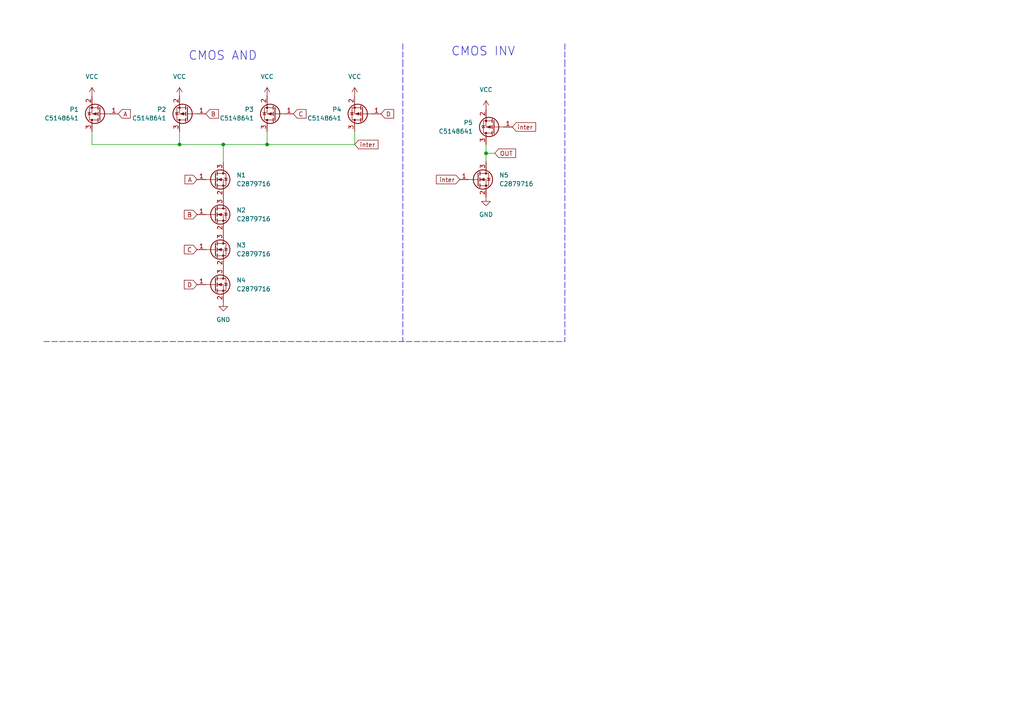
<source format=kicad_sch>
(kicad_sch (version 20211123) (generator eeschema)
  (paper "A4")
  (lib_symbols
    (symbol "Device:Q_NMOS_GDS" (pin_names (offset 0) hide)
      (property "Reference" "Q" (at 5.08 1.27 0))
      (property "Value" "Q_NMOS_GDS" (at 5.08 -1.27 0))
      (symbol "Q_NMOS_GDS_0_1"
        (polyline (pts (xy 0.254 0) (xy -2.54 0)))
        (polyline (pts (xy 0.254 1.905) (xy 0.254 -1.905)) (stroke (width 0.254)))
        (polyline (pts (xy 0.762 -1.27) (xy 0.762 -2.286)) (stroke (width 0.254)))
        (polyline (pts (xy 0.762 0.508) (xy 0.762 -0.508)) (stroke (width 0.254)))
        (polyline (pts (xy 0.762 2.286) (xy 0.762 1.27)) (stroke (width 0.254)))
        (polyline (pts (xy 2.54 2.54) (xy 2.54 1.778)))
        (polyline (pts (xy 2.54 -2.54) (xy 2.54 0) (xy 0.762 0)))
        (polyline (pts (xy 0.762 -1.778) (xy 3.302 -1.778) (xy 3.302 1.778) (xy 0.762 1.778)))
        (polyline (pts (xy 1.016 0) (xy 2.032 0.381) (xy 2.032 -0.381) (xy 1.016 0)) (fill (type outline)))
        (polyline (pts (xy 2.794 0.508) (xy 2.921 0.381) (xy 3.683 0.381) (xy 3.81 0.254)))
        (polyline (pts (xy 3.302 0.381) (xy 2.921 -0.254) (xy 3.683 -0.254) (xy 3.302 0.381)))
        (circle (center 1.651 0) (radius 2.794) (stroke (width 0.254)))
        (circle (center 2.54 -1.778) (radius 0.254) (fill (type outline)))
        (circle (center 2.54 1.778) (radius 0.254) (fill (type outline)))
      )
      (symbol "Q_NMOS_GDS_1_1"
        (pin input line (at -5.08 0 0) (length 2.54) (name "G") (number "1"))
        (pin passive line (at 2.54 5.08 270) (length 2.54) (name "D") (number "2"))
        (pin passive line (at 2.54 -5.08 90) (length 2.54) (name "S") (number "3"))
      )
    )
    (symbol "Device:Q_NMOS_GSD" (pin_names (offset 0) hide)
      (property "Reference" "Q" (at 5.08 1.27 0))
      (property "Value" "Q_NMOS_GSD" (at 5.08 -1.27 0))
      (symbol "Q_NMOS_GSD_0_1"
        (polyline (pts (xy 0.254 0) (xy -2.54 0)))
        (polyline (pts (xy 0.254 1.905) (xy 0.254 -1.905)) (stroke (width 0.254)))
        (polyline (pts (xy 0.762 -1.27) (xy 0.762 -2.286)) (stroke (width 0.254)))
        (polyline (pts (xy 0.762 0.508) (xy 0.762 -0.508)) (stroke (width 0.254)))
        (polyline (pts (xy 0.762 2.286) (xy 0.762 1.27)) (stroke (width 0.254)))
        (polyline (pts (xy 2.54 2.54) (xy 2.54 1.778)))
        (polyline (pts (xy 2.54 -2.54) (xy 2.54 0) (xy 0.762 0)))
        (polyline (pts (xy 0.762 -1.778) (xy 3.302 -1.778) (xy 3.302 1.778) (xy 0.762 1.778)))
        (polyline (pts (xy 1.016 0) (xy 2.032 0.381) (xy 2.032 -0.381) (xy 1.016 0)) (fill (type outline)))
        (polyline (pts (xy 2.794 0.508) (xy 2.921 0.381) (xy 3.683 0.381) (xy 3.81 0.254)))
        (polyline (pts (xy 3.302 0.381) (xy 2.921 -0.254) (xy 3.683 -0.254) (xy 3.302 0.381)))
        (circle (center 1.651 0) (radius 2.794) (stroke (width 0.254)))
        (circle (center 2.54 -1.778) (radius 0.254) (fill (type outline)))
        (circle (center 2.54 1.778) (radius 0.254) (fill (type outline)))
      )
      (symbol "Q_NMOS_GSD_1_1"
        (pin input line (at -5.08 0 0) (length 2.54) (name "G") (number "1"))
        (pin passive line (at 2.54 -5.08 90) (length 2.54) (name "S") (number "2"))
        (pin passive line (at 2.54 5.08 270) (length 2.54) (name "D") (number "3"))
      )
    )
    (symbol "Device:Q_PMOS_GDS" (pin_names (offset 0) hide)
      (property "Reference" "Q" (at 5.08 1.27 0))
      (property "Value" "Q_PMOS_GDS" (at 5.08 -1.27 0))
      (symbol "Q_PMOS_GDS_0_1"
        (polyline (pts (xy 0.254 0) (xy -2.54 0)))
        (polyline (pts (xy 0.254 1.905) (xy 0.254 -1.905)) (stroke (width 0.254)))
        (polyline (pts (xy 0.762 -1.27) (xy 0.762 -2.286)) (stroke (width 0.254)))
        (polyline (pts (xy 0.762 0.508) (xy 0.762 -0.508)) (stroke (width 0.254)))
        (polyline (pts (xy 0.762 2.286) (xy 0.762 1.27)) (stroke (width 0.254)))
        (polyline (pts (xy 2.54 2.54) (xy 2.54 1.778)))
        (polyline (pts (xy 2.54 -2.54) (xy 2.54 0) (xy 0.762 0)))
        (polyline (pts (xy 0.762 1.778) (xy 3.302 1.778) (xy 3.302 -1.778) (xy 0.762 -1.778)))
        (polyline (pts (xy 2.286 0) (xy 1.27 0.381) (xy 1.27 -0.381) (xy 2.286 0)) (fill (type outline)))
        (polyline (pts (xy 2.794 -0.508) (xy 2.921 -0.381) (xy 3.683 -0.381) (xy 3.81 -0.254)))
        (polyline (pts (xy 3.302 -0.381) (xy 2.921 0.254) (xy 3.683 0.254) (xy 3.302 -0.381)))
        (circle (center 1.651 0) (radius 2.794) (stroke (width 0.254)))
        (circle (center 2.54 -1.778) (radius 0.254) (fill (type outline)))
        (circle (center 2.54 1.778) (radius 0.254) (fill (type outline)))
      )
      (symbol "Q_PMOS_GDS_1_1"
        (pin input line (at -5.08 0 0) (length 2.54) (name "G") (number "1"))
        (pin passive line (at 2.54 5.08 270) (length 2.54) (name "D") (number "2"))
        (pin passive line (at 2.54 -5.08 90) (length 2.54) (name "S") (number "3"))
      )
    )
    (symbol "Device:Q_PMOS_GSD" (pin_names (offset 0) hide)
      (property "Reference" "Q" (at 5.08 1.27 0))
      (property "Value" "Q_PMOS_GSD" (at 5.08 -1.27 0))
      (symbol "Q_PMOS_GSD_0_1"
        (polyline (pts (xy 0.254 0) (xy -2.54 0)))
        (polyline (pts (xy 0.254 1.905) (xy 0.254 -1.905)) (stroke (width 0.254)))
        (polyline (pts (xy 0.762 -1.27) (xy 0.762 -2.286)) (stroke (width 0.254)))
        (polyline (pts (xy 0.762 0.508) (xy 0.762 -0.508)) (stroke (width 0.254)))
        (polyline (pts (xy 0.762 2.286) (xy 0.762 1.27)) (stroke (width 0.254)))
        (polyline (pts (xy 2.54 2.54) (xy 2.54 1.778)))
        (polyline (pts (xy 2.54 -2.54) (xy 2.54 0) (xy 0.762 0)))
        (polyline (pts (xy 0.762 1.778) (xy 3.302 1.778) (xy 3.302 -1.778) (xy 0.762 -1.778)))
        (polyline (pts (xy 2.286 0) (xy 1.27 0.381) (xy 1.27 -0.381) (xy 2.286 0)) (fill (type outline)))
        (polyline (pts (xy 2.794 -0.508) (xy 2.921 -0.381) (xy 3.683 -0.381) (xy 3.81 -0.254)))
        (polyline (pts (xy 3.302 -0.381) (xy 2.921 0.254) (xy 3.683 0.254) (xy 3.302 -0.381)))
        (circle (center 1.651 0) (radius 2.794) (stroke (width 0.254)))
        (circle (center 2.54 -1.778) (radius 0.254) (fill (type outline)))
        (circle (center 2.54 1.778) (radius 0.254) (fill (type outline)))
      )
      (symbol "Q_PMOS_GSD_1_1"
        (pin input line (at -5.08 0 0) (length 2.54) (name "G") (number "1"))
        (pin passive line (at 2.54 -5.08 90) (length 2.54) (name "S") (number "2"))
        (pin passive line (at 2.54 5.08 270) (length 2.54) (name "D") (number "3"))
      )
    )
    (symbol "power:GND" (power) (pin_names (offset 0))
      (property "Value" "GND" (at 0 -3.81 0))
      (symbol "GND_0_1"
        (polyline (pts (xy 0 0) (xy 0 -1.27) (xy 1.27 -1.27) (xy 0 -2.54) (xy -1.27 -1.27) (xy 0 -1.27)))
      )
      (symbol "GND_1_1"
        (pin power_in line (at 0 0 270) (length 0) hide (name "GND") (number "1"))
      )
    )
    (symbol "power:VCC" (power) (pin_names (offset 0))
      (property "Value" "VCC" (at 0 3.81 0))
      (symbol "VCC_0_1"
        (polyline (pts (xy -0.762 1.27) (xy 0 2.54)))
        (polyline (pts (xy 0 0) (xy 0 2.54)))
        (polyline (pts (xy 0 2.54) (xy 0.762 1.27)))
      )
      (symbol "VCC_1_1"
        (pin power_in line (at 0 0 90) (length 0) hide (name "VCC") (number "1"))
      )
    )
  )
  (junction (at 52.07 41.91))
  (junction (at 77.47 41.91))
  (junction (at -10.16 285.115))
  (junction (at -34.29 249.555))
  (junction (at 64.77 41.91))
  (junction (at -63.5 249.555))
  (junction (at 140.97 44.45))
  (wire (pts (xy 64.77 41.91) (xy 64.77 46.99)))
  (wire (pts (xy -34.29 249.555) (xy -63.5 249.555)))
  (polyline (pts (xy 163.83 12.7) (xy 163.83 17.78)))
  (wire (pts (xy 140.97 44.45) (xy 143.51 44.45)))
  (wire (pts (xy -10.16 285.115) (xy -6.985 285.115)))
  (polyline (pts (xy 163.83 17.78) (xy 163.83 99.06)))
  (polyline (pts (xy 116.84 17.78) (xy 116.84 99.06)))
  (wire (pts (xy -34.29 242.57) (xy -34.29 249.555)))
  (wire (pts (xy 77.47 41.91) (xy 102.87 41.91)))
  (polyline (pts (xy 116.84 12.7) (xy 116.84 17.78)))
  (wire (pts (xy 140.97 41.91) (xy 140.97 44.45)))
  (wire (pts (xy 102.87 41.91) (xy 102.87 38.1)))
  (wire (pts (xy -63.5 242.57) (xy -63.5 249.555)))
  (wire (pts (xy 26.67 41.91) (xy 52.07 41.91)))
  (wire (pts (xy -34.29 249.555) (xy -6.35 249.555)))
  (wire (pts (xy 77.47 41.91) (xy 77.47 38.1)))
  (wire (pts (xy -90.805 242.57) (xy -90.805 249.555)))
  (wire (pts (xy 52.07 41.91) (xy 64.77 41.91)))
  (polyline (pts (xy 12.7 99.06) (xy 163.83 99.06)))
  (wire (pts (xy 140.97 44.45) (xy 140.97 46.99)))
  (wire (pts (xy 26.67 41.91) (xy 26.67 38.1)))
  (wire (pts (xy -10.16 283.21) (xy -10.16 285.115)))
  (wire (pts (xy -90.805 249.555) (xy -63.5 249.555)))
  (wire (pts (xy 52.07 41.91) (xy 52.07 38.1)))
  (wire (pts (xy -10.16 285.115) (xy -10.16 287.02)))
  (wire (pts (xy -6.35 242.57) (xy -6.35 249.555)))
  (wire (pts (xy 64.77 41.91) (xy 77.47 41.91)))
  (wire (pts (xy -63.5 249.555) (xy -63.5 254.635)))
  (text "CMOS AND" (at 54.61 17.78 0) (effects (font (size 2.54 2.54)) (justify left bottom)))
  (text "CMOS INV" (at 130.81 16.51 0) (effects (font (size 2.54 2.54)) (justify left bottom)))
  (global_label "D" (shape input) (at 57.15 82.55 180) (property "Intersheet References" "${INTERSHEET_REFS}" (effects hide)))
  (global_label "A" (shape input) (at -71.12 259.715 180) (property "Intersheet References" "${INTERSHEET_REFS}" (effects hide)))
  (global_label "A" (shape input) (at 57.15 52.07 180) (property "Intersheet References" "${INTERSHEET_REFS}" (effects hide)))
  (global_label "A" (shape input) (at -83.185 237.49 0) (property "Intersheet References" "${INTERSHEET_REFS}" (effects hide)))
  (global_label "OUT" (shape input) (at -6.985 285.115 0) (property "Intersheet References" "${INTERSHEET_REFS}" (effects hide)))
  (global_label "B" (shape input) (at 59.69 33.02 0) (property "Intersheet References" "${INTERSHEET_REFS}" (effects hide)))
  (global_label "C" (shape input) (at -26.67 237.49 0) (property "Intersheet References" "${INTERSHEET_REFS}" (effects hide)))
  (global_label "A" (shape input) (at 34.29 33.02 0) (property "Intersheet References" "${INTERSHEET_REFS}" (effects hide)))
  (global_label "inter" (shape input) (at 148.59 36.83 0) (property "Intersheet References" "${INTERSHEET_REFS}" (effects hide)))
  (global_label "C" (shape input) (at 85.09 33.02 0) (property "Intersheet References" "${INTERSHEET_REFS}" (effects hide)))
  (global_label "C" (shape input) (at -71.12 280.035 180) (property "Intersheet References" "${INTERSHEET_REFS}" (effects hide)))
  (global_label "inter" (shape input) (at -2.54 278.13 0) (property "Intersheet References" "${INTERSHEET_REFS}" (effects hide)))
  (global_label "D" (shape input) (at -71.12 290.195 180) (property "Intersheet References" "${INTERSHEET_REFS}" (effects hide)))
  (global_label "B" (shape input) (at 57.15 62.23 180) (property "Intersheet References" "${INTERSHEET_REFS}" (effects hide)))
  (global_label "OUT" (shape input) (at 143.51 44.45 0) (property "Intersheet References" "${INTERSHEET_REFS}" (effects hide)))
  (global_label "B" (shape input) (at -71.12 269.875 180) (property "Intersheet References" "${INTERSHEET_REFS}" (effects hide)))
  (global_label "D" (shape input) (at 110.49 33.02 0) (property "Intersheet References" "${INTERSHEET_REFS}" (effects hide)))
  (global_label "inter" (shape input) (at 102.87 41.91 0) (property "Intersheet References" "${INTERSHEET_REFS}" (effects hide)))
  (global_label "inter" (shape input) (at 133.35 52.07 180) (property "Intersheet References" "${INTERSHEET_REFS}" (effects hide)))
  (global_label "C" (shape input) (at 57.15 72.39 180) (property "Intersheet References" "${INTERSHEET_REFS}" (effects hide)))
  (global_label "D" (shape input) (at 1.27 237.49 0) (property "Intersheet References" "${INTERSHEET_REFS}" (effects hide)))
  (global_label "inter" (shape input) (at -17.78 292.1 180) (property "Intersheet References" "${INTERSHEET_REFS}" (effects hide)))
  (global_label "B" (shape input) (at -55.88 237.49 0) (property "Intersheet References" "${INTERSHEET_REFS}" (effects hide)))
  (global_label "inter" (shape input) (at -6.35 249.555 0) (property "Intersheet References" "${INTERSHEET_REFS}" (effects hide)))
  (symbol (lib_id "Device:Q_NMOS_GDS") (at -66.04 280.035 0) (unit 1)
    (property "Reference" "Q4" (at -59.69 278.7649 0) (effects (justify left)))
    (property "Value" "Q_NMOS_GDS" (at -59.69 281.3049 0) (effects (justify left)))
    (property "Footprint" "Package_TO_SOT_SMD:SOT-523" (effects hide))
  )
  (symbol (lib_id "Device:Q_NMOS_GSD") (at 62.23 72.39 0) (unit 1)
    (property "Reference" "N3" (at 68.58 71.1199 0) (effects (justify left)))
    (property "Value" "C2879716" (at 68.58 73.6599 0) (effects (justify left)))
    (property "Footprint" "Package_TO_SOT_SMD:SOT-523" (effects hide))
  )
  (symbol (lib_id "Device:Q_PMOS_GDS") (at -7.62 278.13 180) (unit 1)
    (property "Reference" "Q10" (at -13.335 276.8599 0) (effects (justify left)))
    (property "Value" "Q_PMOS_GDS" (at -13.335 279.3999 0) (effects (justify left)))
    (property "Footprint" "Package_TO_SOT_SMD:SOT-523" (effects hide))
  )
  (symbol (lib_id "Device:Q_NMOS_GDS") (at -66.04 269.875 0) (unit 1)
    (property "Reference" "Q3" (at -59.69 268.6049 0) (effects (justify left)))
    (property "Value" "Q_NMOS_GDS" (at -59.69 271.1449 0) (effects (justify left)))
    (property "Footprint" "Package_TO_SOT_SMD:SOT-523" (effects hide))
  )
  (symbol (lib_id "Device:Q_NMOS_GSD") (at 62.23 52.07 0) (unit 1)
    (property "Reference" "N1" (at 68.58 50.7999 0) (effects (justify left)))
    (property "Value" "C2879716" (at 68.58 53.3399 0) (effects (justify left)))
    (property "Footprint" "Package_TO_SOT_SMD:SOT-523" (effects hide))
  )
  (symbol (lib_id "power:VCC") (at 102.87 27.94 0) (unit 1)
    (property "Reference" "#PWR0111" (effects hide))
    (property "Value" "VCC" (at 102.87 22.225 0))
  )
  (symbol (lib_id "Device:Q_PMOS_GDS") (at -60.96 237.49 180) (unit 1)
    (property "Reference" "Q6" (at -66.675 236.2199 0) (effects (justify left)))
    (property "Value" "Q_PMOS_GDS" (at -66.675 238.7599 0) (effects (justify left)))
    (property "Footprint" "Package_TO_SOT_SMD:SOT-523" (effects hide))
  )
  (symbol (lib_id "Device:Q_PMOS_GDS") (at -31.75 237.49 180) (unit 1)
    (property "Reference" "Q7" (at -38.1 236.2199 0) (effects (justify left)))
    (property "Value" "Q_PMOS_GDS" (at -38.1 238.7599 0) (effects (justify left)))
    (property "Footprint" "Package_TO_SOT_SMD:SOT-523" (effects hide))
  )
  (symbol (lib_id "power:VCC") (at -34.29 232.41 0) (unit 1)
    (property "Reference" "#PWR0103" (effects hide))
    (property "Value" "VCC" (at -34.29 226.695 0))
  )
  (symbol (lib_id "power:VCC") (at -90.805 232.41 0) (unit 1)
    (property "Reference" "#PWR0101" (effects hide))
    (property "Value" "VCC" (at -90.805 226.695 0))
  )
  (symbol (lib_id "power:VCC") (at -6.35 232.41 0) (unit 1)
    (property "Reference" "#PWR0107" (effects hide))
    (property "Value" "VCC" (at -6.35 226.695 0))
  )
  (symbol (lib_id "power:GND") (at 140.97 57.15 0) (unit 1)
    (property "Reference" "#PWR0112" (effects hide))
    (property "Value" "GND" (at 140.97 62.23 0))
  )
  (symbol (lib_id "Device:Q_NMOS_GDS") (at -12.7 292.1 0) (unit 1)
    (property "Reference" "Q9" (at -6.35 290.8299 0) (effects (justify left)))
    (property "Value" "Q_NMOS_GDS" (at -6.35 293.3699 0) (effects (justify left)))
    (property "Footprint" "Package_TO_SOT_SMD:SOT-523" (effects hide))
  )
  (symbol (lib_id "Device:Q_PMOS_GSD") (at 80.01 33.02 180) (unit 1)
    (property "Reference" "P3" (at 73.66 31.7499 0) (effects (justify left)))
    (property "Value" "C5148641" (at 73.66 34.2899 0) (effects (justify left)))
    (property "Footprint" "Package_TO_SOT_SMD:SOT-523" (effects hide))
  )
  (symbol (lib_id "Device:Q_PMOS_GSD") (at 143.51 36.83 180) (unit 1)
    (property "Reference" "P5" (at 137.16 35.5599 0) (effects (justify left)))
    (property "Value" "C5148641" (at 137.16 38.0999 0) (effects (justify left)))
    (property "Footprint" "Package_TO_SOT_SMD:SOT-523" (effects hide))
  )
  (symbol (lib_id "power:GND") (at -63.5 295.275 0) (unit 1)
    (property "Reference" "#PWR0104" (effects hide))
    (property "Value" "GND" (at -63.5 300.355 0))
  )
  (symbol (lib_id "Device:Q_PMOS_GSD") (at 29.21 33.02 180) (unit 1)
    (property "Reference" "P1" (at 22.86 31.7499 0) (effects (justify left)))
    (property "Value" "C5148641" (at 22.86 34.2899 0) (effects (justify left)))
    (property "Footprint" "Package_TO_SOT_SMD:SOT-523" (effects hide))
  )
  (symbol (lib_id "Device:Q_PMOS_GDS") (at -3.81 237.49 180) (unit 1)
    (property "Reference" "Q8" (at -10.16 236.2199 0) (effects (justify left)))
    (property "Value" "Q_PMOS_GDS" (at -10.16 238.7599 0) (effects (justify left)))
    (property "Footprint" "Package_TO_SOT_SMD:SOT-523" (effects hide))
  )
  (symbol (lib_id "Device:Q_NMOS_GSD") (at 62.23 62.23 0) (unit 1)
    (property "Reference" "N2" (at 68.58 60.9599 0) (effects (justify left)))
    (property "Value" "C2879716" (at 68.58 63.4999 0) (effects (justify left)))
    (property "Footprint" "Package_TO_SOT_SMD:SOT-523" (effects hide))
  )
  (symbol (lib_id "power:VCC") (at 26.67 27.94 0) (unit 1)
    (property "Reference" "#PWR0108" (effects hide))
    (property "Value" "VCC" (at 26.67 22.225 0))
  )
  (symbol (lib_id "power:VCC") (at 77.47 27.94 0) (unit 1)
    (property "Reference" "#PWR0110" (effects hide))
    (property "Value" "VCC" (at 77.47 22.225 0))
  )
  (symbol (lib_id "power:GND") (at 64.77 87.63 0) (unit 1)
    (property "Reference" "#PWR0114" (effects hide))
    (property "Value" "GND" (at 64.77 92.71 0))
  )
  (symbol (lib_id "power:GND") (at -10.16 297.18 0) (unit 1)
    (property "Reference" "#PWR0105" (effects hide))
    (property "Value" "GND" (at -10.16 302.26 0))
  )
  (symbol (lib_id "Device:Q_NMOS_GDS") (at -66.04 290.195 0) (unit 1)
    (property "Reference" "Q5" (at -59.69 288.9249 0) (effects (justify left)))
    (property "Value" "Q_NMOS_GDS" (at -59.69 291.4649 0) (effects (justify left)))
    (property "Footprint" "Package_TO_SOT_SMD:SOT-523" (effects hide))
  )
  (symbol (lib_id "power:VCC") (at -63.5 232.41 0) (unit 1)
    (property "Reference" "#PWR0102" (effects hide))
    (property "Value" "VCC" (at -63.5 226.695 0))
  )
  (symbol (lib_id "Device:Q_NMOS_GSD") (at 138.43 52.07 0) (unit 1)
    (property "Reference" "N5" (at 144.78 50.7999 0) (effects (justify left)))
    (property "Value" "C2879716" (at 144.78 53.3399 0) (effects (justify left)))
    (property "Footprint" "Package_TO_SOT_SMD:SOT-523" (effects hide))
  )
  (symbol (lib_id "Device:Q_NMOS_GDS") (at -66.04 259.715 0) (unit 1)
    (property "Reference" "Q2" (at -59.69 258.4449 0) (effects (justify left)))
    (property "Value" "Q_NMOS_GDS" (at -59.69 260.9849 0) (effects (justify left)))
    (property "Footprint" "Package_TO_SOT_SMD:SOT-523" (effects hide))
  )
  (symbol (lib_id "Device:Q_PMOS_GDS") (at -88.265 237.49 180) (unit 1)
    (property "Reference" "Q1" (at -94.615 236.2199 0) (effects (justify left)))
    (property "Value" "Q_PMOS_GDS" (at -94.615 238.7599 0) (effects (justify left)))
    (property "Footprint" "Package_TO_SOT_SMD:SOT-523" (effects hide))
  )
  (symbol (lib_id "Device:Q_NMOS_GSD") (at 62.23 82.55 0) (unit 1)
    (property "Reference" "N4" (at 68.58 81.2799 0) (effects (justify left)))
    (property "Value" "C2879716" (at 68.58 83.8199 0) (effects (justify left)))
    (property "Footprint" "Package_TO_SOT_SMD:SOT-523" (effects hide))
  )
  (symbol (lib_id "Device:Q_PMOS_GSD") (at 105.41 33.02 180) (unit 1)
    (property "Reference" "P4" (at 99.06 31.7499 0) (effects (justify left)))
    (property "Value" "C5148641" (at 99.06 34.2899 0) (effects (justify left)))
    (property "Footprint" "Package_TO_SOT_SMD:SOT-523" (effects hide))
  )
  (symbol (lib_id "power:VCC") (at 52.07 27.94 0) (unit 1)
    (property "Reference" "#PWR0109" (effects hide))
    (property "Value" "VCC" (at 52.07 22.225 0))
  )
  (symbol (lib_id "power:VCC") (at 140.97 31.75 0) (unit 1)
    (property "Reference" "#PWR0113" (effects hide))
    (property "Value" "VCC" (at 140.97 26.035 0))
  )
  (symbol (lib_id "Device:Q_PMOS_GSD") (at 54.61 33.02 180) (unit 1)
    (property "Reference" "P2" (at 48.26 31.7499 0) (effects (justify left)))
    (property "Value" "C5148641" (at 48.26 34.2899 0) (effects (justify left)))
    (property "Footprint" "Package_TO_SOT_SMD:SOT-523" (effects hide))
  )
  (symbol (lib_id "power:VCC") (at -10.16 273.05 0) (unit 1)
    (property "Reference" "#PWR0106" (effects hide))
    (property "Value" "VCC" (at -10.16 267.335 0))
  )
)
</source>
